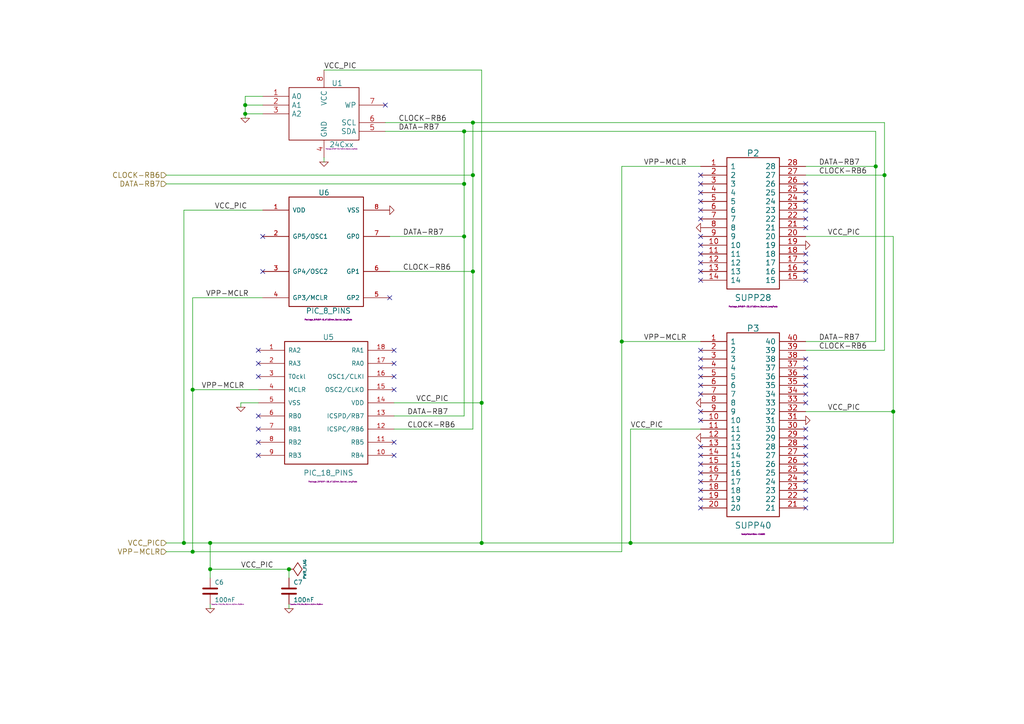
<source format=kicad_sch>
(kicad_sch (version 20250114) (generator "eeschema") (generator_version "9.0")
  (paper "A4")
  (title_block (title "JDM - COM84 PIC Programmer with 13V DC/DC converter") (date "Sun 22 Mar 2015") (rev "3") (company "KiCad"))
  (lib_symbols
    (symbol "pic_programmer:24C16" (pin_names (offset 0.762))
      (property "Reference" "U" (at 3.81 8.89 0))
      (property "Value" "24C16" (at 5.08 -8.89 0))
      (symbol "24C16_0_0"
        (pin power_in line (at 0 12.7 270) (length 5.08) (name "VCC") (number "8"))
        (pin power_in line (at 0 -12.7 90) (length 5.08) (name "GND") (number "4"))
      )
      (symbol "24C16_1_1"
        (rectangle (start -10.16 -7.62) (end 10.16 7.62) (stroke (width 0.2032)))
        (pin input line (at -17.78 5.08 0) (length 7.62) (name "A0") (number "1"))
        (pin input line (at -17.78 2.54 0) (length 7.62) (name "A1") (number "2"))
        (pin input line (at -17.78 0 0) (length 7.62) (name "A2") (number "3"))
        (pin input line (at 17.78 2.54 180) (length 7.62) (name "WP") (number "7"))
        (pin input line (at 17.78 -2.54 180) (length 7.62) (name "SCL") (number "6"))
        (pin bidirectional line (at 17.78 -5.08 180) (length 7.62) (name "SDA") (number "5"))
      )
    )
    (symbol "pic_programmer:C" (pin_numbers (hide yes)) (pin_names (offset 0.254))
      (property "Reference" "C" (at 0.635 2.54 0))
      (property "Value" "C" (at 0.635 -2.54 0))
      (symbol "C_0_1"
        (polyline (pts (xy -2.032 0.762) (xy 2.032 0.762)) (stroke (width 0.508)))
        (polyline (pts (xy -2.032 -0.762) (xy 2.032 -0.762)) (stroke (width 0.508)))
      )
      (symbol "C_1_1"
        (pin passive line (at 0 3.81 270) (length 2.794) (name "~") (number "1"))
        (pin passive line (at 0 -3.81 90) (length 2.794) (name "~") (number "2"))
      )
    )
    (symbol "pic_programmer:GND" (power) (pin_names (offset 0))
      (symbol "GND_0_1"
        (polyline (pts (xy -1.27 0) (xy 0 -1.27) (xy 1.27 0) (xy -1.27 0)))
      )
      (symbol "GND_1_1"
        (pin power_in line (at 0 0 90) (length 0) (hide yes) (name "GND") (number "1"))
      )
    )
    (symbol "pic_programmer:PIC12C508A" (pin_names (offset 1.016))
      (property "Reference" "U" (at 0 17.78 0))
      (property "Value" "PIC12C508A" (at 0 -16.51 0))
      (symbol "PIC12C508A_0_1"
        (rectangle (start 10.16 -15.24) (end -11.43 16.51) (stroke (width 0.254)))
      )
      (symbol "PIC12C508A_1_1"
        (pin power_in line (at -19.05 12.7 0) (length 7.62) (name "VDD") (number "1"))
        (pin input line (at -19.05 5.08 0) (length 7.62) (name "GP5/OSC1") (number "2"))
        (pin input line (at -19.05 -5.08 0) (length 7.62) (name "GP4/OSC2") (number "3"))
        (pin input line (at -19.05 -12.7 0) (length 7.62) (name "GP3/MCLR") (number "4"))
        (pin power_in line (at 17.78 12.7 180) (length 7.62) (name "VSS") (number "8"))
        (pin input line (at 17.78 5.08 180) (length 7.62) (name "GP0") (number "7"))
        (pin input line (at 17.78 -5.08 180) (length 7.62) (name "GP1") (number "6"))
        (pin input line (at 17.78 -12.7 180) (length 7.62) (name "GP2") (number "5"))
      )
    )
    (symbol "pic_programmer:PIC16F54" (pin_names (offset 1.016))
      (property "Reference" "U?" (at 0 -19.05 0))
      (property "Value" "PIC16F54" (at 0 20.32 0))
      (symbol "PIC16F54_0_1"
        (rectangle (start -12.7 17.78) (end 11.43 -17.78) (stroke (width 0.254)))
      )
      (symbol "PIC16F54_1_1"
        (pin bidirectional line (at -20.32 15.24 0) (length 7.62) (name "RA2") (number "1"))
        (pin bidirectional line (at -20.32 11.43 0) (length 7.62) (name "RA3") (number "2"))
        (pin output line (at -20.32 7.62 0) (length 7.62) (name "T0ckl") (number "3"))
        (pin input line (at -20.32 3.81 0) (length 7.62) (name "MCLR") (number "4"))
        (pin power_in line (at -20.32 0 0) (length 7.62) (name "VSS") (number "5"))
        (pin bidirectional line (at -20.32 -3.81 0) (length 7.62) (name "RB0") (number "6"))
        (pin bidirectional line (at -20.32 -7.62 0) (length 7.62) (name "RB1") (number "7"))
        (pin bidirectional line (at -20.32 -11.43 0) (length 7.62) (name "RB2") (number "8"))
        (pin bidirectional line (at -20.32 -15.24 0) (length 7.62) (name "RB3") (number "9"))
        (pin bidirectional line (at 19.05 15.24 180) (length 7.62) (name "RA1") (number "18"))
        (pin bidirectional line (at 19.05 11.43 180) (length 7.62) (name "RA0") (number "17"))
        (pin input line (at 19.05 7.62 180) (length 7.62) (name "OSC1/CLKI") (number "16"))
        (pin output line (at 19.05 3.81 180) (length 7.62) (name "OSC2/CLKO") (number "15"))
        (pin power_in line (at 19.05 0 180) (length 7.62) (name "VDD") (number "14"))
        (pin bidirectional line (at 19.05 -3.81 180) (length 7.62) (name "ICSPD/RB7") (number "13"))
        (pin bidirectional line (at 19.05 -7.62 180) (length 7.62) (name "ICSPC/RB6") (number "12"))
        (pin bidirectional line (at 19.05 -11.43 180) (length 7.62) (name "RB5") (number "11"))
        (pin bidirectional line (at 19.05 -15.24 180) (length 7.62) (name "RB4") (number "10"))
      )
      (symbol "PIC16F54_1_2"
        (pin bidirectional line (at -20.32 15.24 0) (length 7.62) (name "RA2") (number "1"))
        (pin bidirectional line (at -20.32 11.43 0) (length 7.62) (name "RA3") (number "2"))
        (pin output line (at -20.32 7.62 0) (length 7.62) (name "T0ckl") (number "3"))
        (pin input line (at -20.32 3.81 0) (length 7.62) (name "MCLR") (number "4"))
        (pin power_in line (at -20.32 0 0) (length 7.62) (name "VSS") (number "5"))
        (pin bidirectional line (at -20.32 -3.81 0) (length 7.62) (name "RB0") (number "6"))
        (pin bidirectional line (at -20.32 -7.62 0) (length 7.62) (name "RB1") (number "7"))
        (pin bidirectional line (at -20.32 -11.43 0) (length 7.62) (name "RB2") (number "8"))
        (pin bidirectional line (at -20.32 -15.24 0) (length 7.62) (name "RB3") (number "9"))
        (pin bidirectional line (at 19.05 15.24 180) (length 7.62) (name "RA1") (number "18"))
        (pin bidirectional line (at 19.05 11.43 180) (length 7.62) (name "RA0") (number "17"))
        (pin input line (at 19.05 7.62 180) (length 7.62) (name "OSC1/CLKI") (number "16"))
        (pin output line (at 19.05 3.81 180) (length 7.62) (name "OSC2/CLKO") (number "15"))
        (pin power_in line (at 19.05 0 180) (length 7.62) (name "VDD") (number "14"))
        (pin bidirectional line (at 19.05 -3.81 180) (length 7.62) (name "ICSPD/RB7") (number "13"))
        (pin bidirectional line (at 19.05 -7.62 180) (length 7.62) (name "ICSPC/RB6") (number "12"))
        (pin bidirectional line (at 19.05 -11.43 180) (length 7.62) (name "RB5") (number "11"))
        (pin bidirectional line (at 19.05 -15.24 180) (length 7.62) (name "RB4") (number "10"))
      )
    )
    (symbol "pic_programmer:PWR_FLAG" (power) (pin_numbers (hide yes)) (pin_names (offset 0) (hide yes))
      (property "Value" "PWR_FLAG" (at 0 4.572 0))
      (symbol "PWR_FLAG_0_0"
        (pin power_out line (at 0 0 90) (length 0) (name "pwr") (number "1"))
      )
      (symbol "PWR_FLAG_0_1"
        (polyline (pts (xy 0 0) (xy 0 1.27) (xy -1.905 2.54) (xy 0 3.81) (xy 1.905 2.54) (xy 0 1.27)) (stroke (width 0.2032)))
      )
    )
    (symbol "pic_programmer:SUPP28" (pin_names (offset 1.016))
      (property "Reference" "J" (at 0 2.54 0))
      (property "Value" "SUPP28" (at 0 -2.54 0))
      (symbol "SUPP28_0_1"
        (rectangle (start -7.62 -19.05) (end 7.62 19.05) (stroke (width 0.254)))
      )
      (symbol "SUPP28_1_1"
        (pin passive line (at -15.24 16.51 0) (length 7.62) (name "1") (number "1"))
        (pin passive line (at -15.24 13.97 0) (length 7.62) (name "2") (number "2"))
        (pin passive line (at -15.24 11.43 0) (length 7.62) (name "3") (number "3"))
        (pin passive line (at -15.24 8.89 0) (length 7.62) (name "4") (number "4"))
        (pin passive line (at -15.24 6.35 0) (length 7.62) (name "5") (number "5"))
        (pin passive line (at -15.24 3.81 0) (length 7.62) (name "6") (number "6"))
        (pin passive line (at -15.24 1.27 0) (length 7.62) (name "7") (number "7"))
        (pin passive line (at -15.24 -1.27 0) (length 7.62) (name "8") (number "8"))
        (pin passive line (at -15.24 -3.81 0) (length 7.62) (name "9") (number "9"))
        (pin passive line (at -15.24 -6.35 0) (length 7.62) (name "10") (number "10"))
        (pin passive line (at -15.24 -8.89 0) (length 7.62) (name "11") (number "11"))
        (pin passive line (at -15.24 -11.43 0) (length 7.62) (name "12") (number "12"))
        (pin passive line (at -15.24 -13.97 0) (length 7.62) (name "13") (number "13"))
        (pin passive line (at -15.24 -16.51 0) (length 7.62) (name "14") (number "14"))
        (pin passive line (at 15.24 16.51 180) (length 7.62) (name "28") (number "28"))
        (pin passive line (at 15.24 13.97 180) (length 7.62) (name "27") (number "27"))
        (pin passive line (at 15.24 11.43 180) (length 7.62) (name "26") (number "26"))
        (pin passive line (at 15.24 8.89 180) (length 7.62) (name "25") (number "25"))
        (pin passive line (at 15.24 6.35 180) (length 7.62) (name "24") (number "24"))
        (pin passive line (at 15.24 3.81 180) (length 7.62) (name "23") (number "23"))
        (pin passive line (at 15.24 1.27 180) (length 7.62) (name "22") (number "22"))
        (pin passive line (at 15.24 -1.27 180) (length 7.62) (name "21") (number "21"))
        (pin passive line (at 15.24 -3.81 180) (length 7.62) (name "20") (number "20"))
        (pin passive line (at 15.24 -6.35 180) (length 7.62) (name "19") (number "19"))
        (pin passive line (at 15.24 -8.89 180) (length 7.62) (name "18") (number "18"))
        (pin passive line (at 15.24 -11.43 180) (length 7.62) (name "17") (number "17"))
        (pin passive line (at 15.24 -13.97 180) (length 7.62) (name "16") (number "16"))
        (pin passive line (at 15.24 -16.51 180) (length 7.62) (name "15") (number "15"))
      )
    )
    (symbol "pic_programmer:SUPP40" (pin_names (offset 1.016))
      (property "Reference" "P" (at 0 27.94 0))
      (property "Value" "SUPP40" (at 0 -27.94 0))
      (symbol "SUPP40_0_1"
        (rectangle (start -7.62 -26.67) (end 7.62 26.67) (stroke (width 0.254)))
      )
      (symbol "SUPP40_1_1"
        (pin passive line (at -15.24 24.13 0) (length 7.62) (name "1") (number "1"))
        (pin passive line (at -15.24 21.59 0) (length 7.62) (name "2") (number "2"))
        (pin passive line (at -15.24 19.05 0) (length 7.62) (name "3") (number "3"))
        (pin passive line (at -15.24 16.51 0) (length 7.62) (name "4") (number "4"))
        (pin passive line (at -15.24 13.97 0) (length 7.62) (name "5") (number "5"))
        (pin passive line (at -15.24 11.43 0) (length 7.62) (name "6") (number "6"))
        (pin passive line (at -15.24 8.89 0) (length 7.62) (name "7") (number "7"))
        (pin passive line (at -15.24 6.35 0) (length 7.62) (name "8") (number "8"))
        (pin passive line (at -15.24 3.81 0) (length 7.62) (name "9") (number "9"))
        (pin passive line (at -15.24 1.27 0) (length 7.62) (name "10") (number "10"))
        (pin passive line (at -15.24 -1.27 0) (length 7.62) (name "11") (number "11"))
        (pin passive line (at -15.24 -3.81 0) (length 7.62) (name "12") (number "12"))
        (pin passive line (at -15.24 -6.35 0) (length 7.62) (name "13") (number "13"))
        (pin passive line (at -15.24 -8.89 0) (length 7.62) (name "14") (number "14"))
        (pin passive line (at -15.24 -11.43 0) (length 7.62) (name "15") (number "15"))
        (pin passive line (at -15.24 -13.97 0) (length 7.62) (name "16") (number "16"))
        (pin passive line (at -15.24 -16.51 0) (length 7.62) (name "17") (number "17"))
        (pin passive line (at -15.24 -19.05 0) (length 7.62) (name "18") (number "18"))
        (pin passive line (at -15.24 -21.59 0) (length 7.62) (name "19") (number "19"))
        (pin passive line (at -15.24 -24.13 0) (length 7.62) (name "20") (number "20"))
        (pin passive line (at 15.24 24.13 180) (length 7.62) (name "40") (number "40"))
        (pin passive line (at 15.24 21.59 180) (length 7.62) (name "39") (number "39"))
        (pin passive line (at 15.24 19.05 180) (length 7.62) (name "38") (number "38"))
        (pin passive line (at 15.24 16.51 180) (length 7.62) (name "37") (number "37"))
        (pin passive line (at 15.24 13.97 180) (length 7.62) (name "36") (number "36"))
        (pin passive line (at 15.24 11.43 180) (length 7.62) (name "35") (number "35"))
        (pin passive line (at 15.24 8.89 180) (length 7.62) (name "34") (number "34"))
        (pin passive line (at 15.24 6.35 180) (length 7.62) (name "33") (number "33"))
        (pin passive line (at 15.24 3.81 180) (length 7.62) (name "32") (number "32"))
        (pin passive line (at 15.24 1.27 180) (length 7.62) (name "31") (number "31"))
        (pin passive line (at 15.24 -1.27 180) (length 7.62) (name "30") (number "30"))
        (pin passive line (at 15.24 -3.81 180) (length 7.62) (name "29") (number "29"))
        (pin passive line (at 15.24 -6.35 180) (length 7.62) (name "28") (number "28"))
        (pin passive line (at 15.24 -8.89 180) (length 7.62) (name "27") (number "27"))
        (pin passive line (at 15.24 -11.43 180) (length 7.62) (name "26") (number "26"))
        (pin passive line (at 15.24 -13.97 180) (length 7.62) (name "25") (number "25"))
        (pin passive line (at 15.24 -16.51 180) (length 7.62) (name "24") (number "24"))
        (pin passive line (at 15.24 -19.05 180) (length 7.62) (name "23") (number "23"))
        (pin passive line (at 15.24 -21.59 180) (length 7.62) (name "22") (number "22"))
        (pin passive line (at 15.24 -24.13 180) (length 7.62) (name "21") (number "21"))
      )
    )
  )
  (junction (at 137.16 35.56) (diameter 1.016))
  (junction (at 134.62 38.1) (diameter 1.016))
  (junction (at 139.7 116.84) (diameter 1.016))
  (junction (at 60.96 157.48) (diameter 1.016))
  (junction (at 139.7 157.48) (diameter 1.016))
  (junction (at 83.82 165.1) (diameter 1.016))
  (junction (at 256.54 50.8) (diameter 1.016))
  (junction (at 180.34 99.06) (diameter 1.016))
  (junction (at 53.34 157.48) (diameter 1.016))
  (junction (at 55.88 113.03) (diameter 1.016))
  (junction (at 182.88 157.48) (diameter 1.016))
  (junction (at 60.96 165.1) (diameter 1.016))
  (junction (at 55.88 160.02) (diameter 1.016))
  (junction (at 134.62 53.34) (diameter 1.016))
  (junction (at 71.12 30.48) (diameter 1.016))
  (junction (at 137.16 78.74) (diameter 1.016))
  (junction (at 259.08 119.38) (diameter 1.016))
  (junction (at 71.12 33.02) (diameter 1.016))
  (junction (at 134.62 68.58) (diameter 1.016))
  (junction (at 137.16 50.8) (diameter 1.016))
  (junction (at 254 48.26) (diameter 1.016))
  (no_connect (at 203.2 60.96))
  (no_connect (at 233.68 124.46))
  (no_connect (at 233.68 132.08))
  (no_connect (at 233.68 111.76))
  (no_connect (at 203.2 76.2))
  (no_connect (at 203.2 121.92))
  (no_connect (at 203.2 119.38))
  (no_connect (at 203.2 139.7))
  (no_connect (at 233.68 147.32))
  (no_connect (at 233.68 58.42))
  (no_connect (at 233.68 81.28))
  (no_connect (at 233.68 53.34))
  (no_connect (at 114.3 101.6))
  (no_connect (at 203.2 63.5))
  (no_connect (at 74.93 101.6))
  (no_connect (at 233.68 116.84))
  (no_connect (at 203.2 129.54))
  (no_connect (at 233.68 137.16))
  (no_connect (at 203.2 78.74))
  (no_connect (at 114.3 105.41))
  (no_connect (at 203.2 53.34))
  (no_connect (at 203.2 68.58))
  (no_connect (at 233.68 144.78))
  (no_connect (at 203.2 50.8))
  (no_connect (at 111.76 30.48))
  (no_connect (at 203.2 142.24))
  (no_connect (at 114.3 109.22))
  (no_connect (at 203.2 114.3))
  (no_connect (at 203.2 101.6))
  (no_connect (at 233.68 73.66))
  (no_connect (at 233.68 129.54))
  (no_connect (at 203.2 134.62))
  (no_connect (at 74.93 109.22))
  (no_connect (at 113.03 86.36))
  (no_connect (at 233.68 60.96))
  (no_connect (at 76.2 68.58))
  (no_connect (at 233.68 114.3))
  (no_connect (at 233.68 139.7))
  (no_connect (at 203.2 132.08))
  (no_connect (at 203.2 81.28))
  (no_connect (at 203.2 144.78))
  (no_connect (at 233.68 78.74))
  (no_connect (at 114.3 132.08))
  (no_connect (at 203.2 137.16))
  (no_connect (at 233.68 134.62))
  (no_connect (at 76.2 78.74))
  (no_connect (at 233.68 76.2))
  (no_connect (at 203.2 58.42))
  (no_connect (at 74.93 105.41))
  (no_connect (at 203.2 55.88))
  (no_connect (at 233.68 109.22))
  (no_connect (at 203.2 104.14))
  (no_connect (at 114.3 128.27))
  (no_connect (at 74.93 124.46))
  (no_connect (at 203.2 106.68))
  (no_connect (at 233.68 142.24))
  (no_connect (at 233.68 104.14))
  (no_connect (at 74.93 132.08))
  (no_connect (at 203.2 111.76))
  (no_connect (at 233.68 55.88))
  (no_connect (at 233.68 106.68))
  (no_connect (at 233.68 127))
  (no_connect (at 203.2 147.32))
  (no_connect (at 233.68 66.04))
  (no_connect (at 233.68 63.5))
  (no_connect (at 203.2 109.22))
  (no_connect (at 203.2 73.66))
  (no_connect (at 114.3 113.03))
  (no_connect (at 74.93 120.65))
  (no_connect (at 203.2 71.12))
  (no_connect (at 74.93 128.27))
  (wire (pts (xy 259.08 157.48) (xy 259.08 119.38)))
  (wire (pts (xy 83.82 175.26) (xy 83.82 176.53)))
  (wire (pts (xy 180.34 160.02) (xy 55.88 160.02)))
  (wire (pts (xy 111.76 38.1) (xy 134.62 38.1)))
  (wire (pts (xy 137.16 50.8) (xy 137.16 78.74)))
  (wire (pts (xy 182.88 157.48) (xy 259.08 157.48)))
  (wire (pts (xy 256.54 35.56) (xy 256.54 50.8)))
  (wire (pts (xy 69.85 116.84) (xy 69.85 118.11)))
  (wire (pts (xy 53.34 60.96) (xy 53.34 157.48)))
  (wire (pts (xy 134.62 38.1) (xy 134.62 53.34)))
  (wire (pts (xy 180.34 48.26) (xy 203.2 48.26)))
  (wire (pts (xy 134.62 120.65) (xy 114.3 120.65)))
  (wire (pts (xy 71.12 33.02) (xy 71.12 34.29)))
  (wire (pts (xy 48.26 157.48) (xy 53.34 157.48)))
  (wire (pts (xy 180.34 48.26) (xy 180.34 99.06)))
  (wire (pts (xy 256.54 50.8) (xy 256.54 101.6)))
  (wire (pts (xy 55.88 113.03) (xy 55.88 160.02)))
  (wire (pts (xy 137.16 124.46) (xy 114.3 124.46)))
  (wire (pts (xy 134.62 68.58) (xy 113.03 68.58)))
  (wire (pts (xy 74.93 116.84) (xy 69.85 116.84)))
  (wire (pts (xy 254 38.1) (xy 254 48.26)))
  (wire (pts (xy 48.26 50.8) (xy 137.16 50.8)))
  (wire (pts (xy 60.96 157.48) (xy 60.96 165.1)))
  (wire (pts (xy 111.76 35.56) (xy 137.16 35.56)))
  (wire (pts (xy 182.88 124.46) (xy 182.88 157.48)))
  (wire (pts (xy 139.7 157.48) (xy 182.88 157.48)))
  (wire (pts (xy 203.2 124.46) (xy 182.88 124.46)))
  (wire (pts (xy 71.12 30.48) (xy 76.2 30.48)))
  (wire (pts (xy 55.88 86.36) (xy 55.88 113.03)))
  (wire (pts (xy 139.7 157.48) (xy 139.7 116.84)))
  (wire (pts (xy 139.7 116.84) (xy 114.3 116.84)))
  (wire (pts (xy 48.26 53.34) (xy 134.62 53.34)))
  (wire (pts (xy 60.96 165.1) (xy 60.96 167.64)))
  (wire (pts (xy 60.96 157.48) (xy 139.7 157.48)))
  (wire (pts (xy 55.88 160.02) (xy 48.26 160.02)))
  (wire (pts (xy 76.2 33.02) (xy 71.12 33.02)))
  (wire (pts (xy 180.34 99.06) (xy 180.34 160.02)))
  (wire (pts (xy 254 99.06) (xy 233.68 99.06)))
  (wire (pts (xy 233.68 50.8) (xy 256.54 50.8)))
  (wire (pts (xy 76.2 86.36) (xy 55.88 86.36)))
  (wire (pts (xy 137.16 35.56) (xy 137.16 50.8)))
  (wire (pts (xy 180.34 99.06) (xy 203.2 99.06)))
  (wire (pts (xy 55.88 113.03) (xy 74.93 113.03)))
  (wire (pts (xy 137.16 78.74) (xy 137.16 124.46)))
  (wire (pts (xy 83.82 165.1) (xy 60.96 165.1)))
  (wire (pts (xy 254 48.26) (xy 254 99.06)))
  (wire (pts (xy 139.7 116.84) (xy 139.7 20.32)))
  (wire (pts (xy 134.62 53.34) (xy 134.62 68.58)))
  (wire (pts (xy 139.7 20.32) (xy 93.98 20.32)))
  (wire (pts (xy 93.98 46.99) (xy 93.98 45.72)))
  (wire (pts (xy 60.96 175.26) (xy 60.96 176.53)))
  (wire (pts (xy 259.08 119.38) (xy 259.08 68.58)))
  (wire (pts (xy 53.34 60.96) (xy 76.2 60.96)))
  (wire (pts (xy 256.54 101.6) (xy 233.68 101.6)))
  (wire (pts (xy 71.12 27.94) (xy 71.12 30.48)))
  (wire (pts (xy 71.12 27.94) (xy 76.2 27.94)))
  (wire (pts (xy 71.12 30.48) (xy 71.12 33.02)))
  (wire (pts (xy 83.82 167.64) (xy 83.82 165.1)))
  (wire (pts (xy 259.08 119.38) (xy 233.68 119.38)))
  (wire (pts (xy 134.62 38.1) (xy 254 38.1)))
  (wire (pts (xy 134.62 68.58) (xy 134.62 120.65)))
  (wire (pts (xy 137.16 35.56) (xy 256.54 35.56)))
  (wire (pts (xy 53.34 157.48) (xy 60.96 157.48)))
  (wire (pts (xy 137.16 78.74) (xy 113.03 78.74)))
  (wire (pts (xy 233.68 48.26) (xy 254 48.26)))
  (wire (pts (xy 259.08 68.58) (xy 233.68 68.58)))
  (label "DATA-RB7" (at 237.49 48.26 0) (effects (font (size 1.524 1.524))))
  (label "CLOCK-RB6" (at 118.11 124.46 0) (effects (font (size 1.524 1.524))))
  (label "CLOCK-RB6" (at 237.49 101.6 0) (effects (font (size 1.524 1.524))))
  (label "VCC_PIC" (at 93.98 20.32 0) (effects (font (size 1.524 1.524))))
  (label "VCC_PIC" (at 240.03 119.38 0) (effects (font (size 1.524 1.524))))
  (label "VCC_PIC" (at 182.88 124.46 0) (effects (font (size 1.524 1.524))))
  (label "VCC_PIC" (at 120.65 116.84 0) (effects (font (size 1.524 1.524))))
  (label "VCC_PIC" (at 69.85 165.1 0) (effects (font (size 1.524 1.524))))
  (label "DATA-RB7" (at 115.57 38.1 0) (effects (font (size 1.524 1.524))))
  (label "DATA-RB7" (at 118.11 120.65 0) (effects (font (size 1.524 1.524))))
  (label "VPP-MCLR" (at 58.42 113.03 0) (effects (font (size 1.524 1.524))))
  (label "VPP-MCLR" (at 59.69 86.36 0) (effects (font (size 1.524 1.524))))
  (label "VPP-MCLR" (at 186.69 99.06 0) (effects (font (size 1.524 1.524))))
  (label "VPP-MCLR" (at 186.69 48.26 0) (effects (font (size 1.524 1.524))))
  (label "VCC_PIC" (at 62.23 60.96 0) (effects (font (size 1.524 1.524))))
  (label "VCC_PIC" (at 240.03 68.58 0) (effects (font (size 1.524 1.524))))
  (label "DATA-RB7" (at 237.49 99.06 0) (effects (font (size 1.524 1.524))))
  (label "CLOCK-RB6" (at 116.84 78.74 0) (effects (font (size 1.524 1.524))))
  (label "DATA-RB7" (at 116.84 68.58 0) (effects (font (size 1.524 1.524))))
  (label "CLOCK-RB6" (at 237.49 50.8 0) (effects (font (size 1.524 1.524))))
  (label "CLOCK-RB6" (at 115.57 35.56 0) (effects (font (size 1.524 1.524))))
  (hierarchical_label "CLOCK-RB6" (shape input) (at 48.26 50.8 180) (effects (font (size 1.524 1.524))))
  (hierarchical_label "DATA-RB7" (shape input) (at 48.26 53.34 180) (effects (font (size 1.524 1.524))))
  (hierarchical_label "VPP-MCLR" (shape input) (at 48.26 160.02 180) (effects (font (size 1.524 1.524))))
  (hierarchical_label "VCC_PIC" (shape input) (at 48.26 157.48 180) (effects (font (size 1.524 1.524))))
  (symbol (lib_id "pic_programmer:PIC12C508A") (at 95.25 73.66 0) (unit 1)
    (property "Reference" "U6" (at 93.98 55.88 0) (effects (font (size 1.524 1.524))))
    (property "Value" "PIC_8_PINS" (at 95.25 90.17 0) (effects (font (size 1.524 1.524))))
    (property "Footprint" "Package_DIP:DIP-8_W7.62mm_Socket_LongPads" (at 95.25 92.71 0) (effects (font (size 0.381 0.381))))
  )
  (symbol (lib_id "pic_programmer:PIC16F54") (at 95.25 116.84 0) (unit 1)
    (property "Reference" "U5" (at 95.25 97.79 0) (effects (font (size 1.524 1.524))))
    (property "Value" "PIC_18_PINS" (at 95.25 137.16 0) (effects (font (size 1.524 1.524))))
    (property "Footprint" "Package_DIP:DIP-18_W7.62mm_Socket_LongPads" (at 96.52 139.7 0) (effects (font (size 0.381 0.381))))
  )
  (symbol (lib_id "pic_programmer:GND") (at 113.03 60.96 90) (unit 1)
    (property "Reference" "#PWR045" (effects (hide yes)))
    (property "Value" "GND" (effects (hide yes)))
  )
  (symbol (lib_id "pic_programmer:GND") (at 69.85 118.11 0) (unit 1)
    (property "Reference" "#PWR044" (effects (hide yes)))
    (property "Value" "GND" (effects (hide yes)))
  )
  (symbol (lib_id "pic_programmer:GND") (at 203.2 127 270) (unit 1)
    (property "Reference" "#PWR036" (effects (hide yes)))
    (property "Value" "GND" (effects (hide yes)))
  )
  (symbol (lib_id "pic_programmer:24C16") (at 93.98 33.02 0) (unit 1)
    (property "Reference" "U1" (at 97.79 24.13 0) (effects (font (size 1.524 1.524))))
    (property "Value" "24Cxx" (at 99.06 41.91 0) (effects (font (size 1.524 1.524))))
    (property "Footprint" "Package_DIP:DIP-8_W7.62mm_Socket_LongPads" (at 99.06 43.18 0) (effects (font (size 0.254 0.254))))
  )
  (symbol (lib_id "pic_programmer:GND") (at 71.12 34.29 0) (unit 1)
    (property "Reference" "#PWR043" (effects (hide yes)))
    (property "Value" "GND" (effects (hide yes)))
  )
  (symbol (lib_id "pic_programmer:SUPP40") (at 218.44 123.19 0) (unit 1)
    (property "Reference" "P3" (at 218.44 95.25 0) (effects (font (size 1.778 1.778))))
    (property "Value" "SUPP40" (at 218.44 152.4 0) (effects (font (size 1.778 1.778))))
    (property "Footprint" "footprints:40tex-Ell600" (at 218.44 154.94 0) (effects (font (size 0.381 0.381))))
  )
  (symbol (lib_id "pic_programmer:GND") (at 233.68 121.92 90) (unit 1)
    (property "Reference" "#PWR042" (effects (hide yes)))
    (property "Value" "GND" (effects (hide yes)))
  )
  (symbol (lib_id "pic_programmer:C") (at 60.96 171.45 0) (unit 1)
    (property "Reference" "C6" (at 62.23 168.91 0) (effects (justify left)))
    (property "Value" "100nF" (at 62.23 173.99 0) (effects (justify left)))
    (property "Footprint" "Capacitor_THT:C_Disc_D5.1mm_W3.2mm_P5.00mm" (at 66.04 175.26 0) (effects (font (size 0.254 0.254))))
  )
  (symbol (lib_id "pic_programmer:GND") (at 60.96 176.53 0) (unit 1)
    (property "Reference" "#PWR041" (effects (hide yes)))
    (property "Value" "GND" (effects (hide yes)))
  )
  (symbol (lib_id "pic_programmer:C") (at 83.82 171.45 0) (unit 1)
    (property "Reference" "C7" (at 85.09 168.91 0) (effects (justify left)))
    (property "Value" "100nF" (at 85.09 173.99 0) (effects (justify left)))
    (property "Footprint" "Capacitor_THT:C_Disc_D5.1mm_W3.2mm_P5.00mm" (at 88.9 175.26 0) (effects (font (size 0.254 0.254))))
  )
  (symbol (lib_id "pic_programmer:GND") (at 83.82 176.53 0) (unit 1)
    (property "Reference" "#PWR040" (effects (hide yes)))
    (property "Value" "GND" (effects (hide yes)))
  )
  (symbol (lib_id "pic_programmer:SUPP28") (at 218.44 64.77 0) (unit 1)
    (property "Reference" "P2" (at 218.44 44.45 0) (effects (font (size 1.778 1.778))))
    (property "Value" "SUPP28" (at 218.44 86.36 0) (effects (font (size 1.778 1.778))))
    (property "Footprint" "Package_DIP:DIP-28_W7.62mm_Socket_LongPads" (at 218.44 88.9 0) (effects (font (size 0.381 0.381))))
  )
  (symbol (lib_id "pic_programmer:GND") (at 203.2 66.04 270) (unit 1)
    (property "Reference" "#PWR039" (effects (hide yes)))
    (property "Value" "GND" (effects (hide yes)))
  )
  (symbol (lib_id "pic_programmer:GND") (at 233.68 71.12 90) (unit 1)
    (property "Reference" "#PWR038" (effects (hide yes)))
    (property "Value" "GND" (effects (hide yes)))
  )
  (symbol (lib_id "pic_programmer:GND") (at 203.2 116.84 270) (unit 1)
    (property "Reference" "#PWR037" (effects (hide yes)))
    (property "Value" "GND" (effects (hide yes)))
  )
  (symbol (lib_id "pic_programmer:GND") (at 93.98 46.99 0) (unit 1)
    (property "Reference" "#PWR046" (effects (hide yes)))
    (property "Value" "GND" (effects (hide yes)))
  )
  (symbol (lib_id "pic_programmer:PWR_FLAG") (at 83.82 165.1 270) (unit 1)
    (property "Reference" "#FLG047" (effects (hide yes)))
    (property "Value" "PWR_FLAG" (at 88.392 165.1 0) (effects (font (size 0.762 0.762))))
  )
)
</source>
